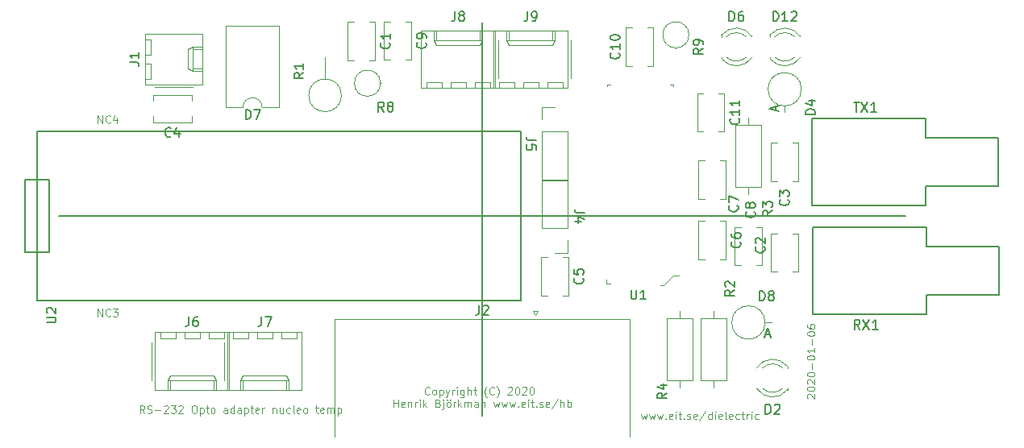
<source format=gbr>
G04 #@! TF.GenerationSoftware,KiCad,Pcbnew,5.0.2-bee76a0~70~ubuntu18.04.1*
G04 #@! TF.CreationDate,2020-01-29T22:32:52+01:00*
G04 #@! TF.ProjectId,opto_board,6f70746f-5f62-46f6-9172-642e6b696361,rev?*
G04 #@! TF.SameCoordinates,Original*
G04 #@! TF.FileFunction,Legend,Top*
G04 #@! TF.FilePolarity,Positive*
%FSLAX46Y46*%
G04 Gerber Fmt 4.6, Leading zero omitted, Abs format (unit mm)*
G04 Created by KiCad (PCBNEW 5.0.2-bee76a0~70~ubuntu18.04.1) date ons 29 jan 2020 22:32:52*
%MOMM*%
%LPD*%
G01*
G04 APERTURE LIST*
%ADD10C,0.100000*%
%ADD11C,0.200000*%
%ADD12C,0.120000*%
%ADD13C,0.150000*%
G04 APERTURE END LIST*
D10*
X148482095Y-108025714D02*
X148444000Y-107987619D01*
X148405904Y-107911428D01*
X148405904Y-107720952D01*
X148444000Y-107644761D01*
X148482095Y-107606666D01*
X148558285Y-107568571D01*
X148634476Y-107568571D01*
X148748761Y-107606666D01*
X149205904Y-108063809D01*
X149205904Y-107568571D01*
X148405904Y-107073333D02*
X148405904Y-106997142D01*
X148444000Y-106920952D01*
X148482095Y-106882857D01*
X148558285Y-106844761D01*
X148710666Y-106806666D01*
X148901142Y-106806666D01*
X149053523Y-106844761D01*
X149129714Y-106882857D01*
X149167809Y-106920952D01*
X149205904Y-106997142D01*
X149205904Y-107073333D01*
X149167809Y-107149523D01*
X149129714Y-107187619D01*
X149053523Y-107225714D01*
X148901142Y-107263809D01*
X148710666Y-107263809D01*
X148558285Y-107225714D01*
X148482095Y-107187619D01*
X148444000Y-107149523D01*
X148405904Y-107073333D01*
X148482095Y-106501904D02*
X148444000Y-106463809D01*
X148405904Y-106387619D01*
X148405904Y-106197142D01*
X148444000Y-106120952D01*
X148482095Y-106082857D01*
X148558285Y-106044761D01*
X148634476Y-106044761D01*
X148748761Y-106082857D01*
X149205904Y-106540000D01*
X149205904Y-106044761D01*
X148405904Y-105549523D02*
X148405904Y-105473333D01*
X148444000Y-105397142D01*
X148482095Y-105359047D01*
X148558285Y-105320952D01*
X148710666Y-105282857D01*
X148901142Y-105282857D01*
X149053523Y-105320952D01*
X149129714Y-105359047D01*
X149167809Y-105397142D01*
X149205904Y-105473333D01*
X149205904Y-105549523D01*
X149167809Y-105625714D01*
X149129714Y-105663809D01*
X149053523Y-105701904D01*
X148901142Y-105740000D01*
X148710666Y-105740000D01*
X148558285Y-105701904D01*
X148482095Y-105663809D01*
X148444000Y-105625714D01*
X148405904Y-105549523D01*
X148901142Y-104940000D02*
X148901142Y-104330476D01*
X148405904Y-103797142D02*
X148405904Y-103720952D01*
X148444000Y-103644761D01*
X148482095Y-103606666D01*
X148558285Y-103568571D01*
X148710666Y-103530476D01*
X148901142Y-103530476D01*
X149053523Y-103568571D01*
X149129714Y-103606666D01*
X149167809Y-103644761D01*
X149205904Y-103720952D01*
X149205904Y-103797142D01*
X149167809Y-103873333D01*
X149129714Y-103911428D01*
X149053523Y-103949523D01*
X148901142Y-103987619D01*
X148710666Y-103987619D01*
X148558285Y-103949523D01*
X148482095Y-103911428D01*
X148444000Y-103873333D01*
X148405904Y-103797142D01*
X149205904Y-102768571D02*
X149205904Y-103225714D01*
X149205904Y-102997142D02*
X148405904Y-102997142D01*
X148520190Y-103073333D01*
X148596380Y-103149523D01*
X148634476Y-103225714D01*
X148901142Y-102425714D02*
X148901142Y-101816190D01*
X148405904Y-101282857D02*
X148405904Y-101206666D01*
X148444000Y-101130476D01*
X148482095Y-101092380D01*
X148558285Y-101054285D01*
X148710666Y-101016190D01*
X148901142Y-101016190D01*
X149053523Y-101054285D01*
X149129714Y-101092380D01*
X149167809Y-101130476D01*
X149205904Y-101206666D01*
X149205904Y-101282857D01*
X149167809Y-101359047D01*
X149129714Y-101397142D01*
X149053523Y-101435238D01*
X148901142Y-101473333D01*
X148710666Y-101473333D01*
X148558285Y-101435238D01*
X148482095Y-101397142D01*
X148444000Y-101359047D01*
X148405904Y-101282857D01*
X148405904Y-100330476D02*
X148405904Y-100482857D01*
X148444000Y-100559047D01*
X148482095Y-100597142D01*
X148596380Y-100673333D01*
X148748761Y-100711428D01*
X149053523Y-100711428D01*
X149129714Y-100673333D01*
X149167809Y-100635238D01*
X149205904Y-100559047D01*
X149205904Y-100406666D01*
X149167809Y-100330476D01*
X149129714Y-100292380D01*
X149053523Y-100254285D01*
X148863047Y-100254285D01*
X148786857Y-100292380D01*
X148748761Y-100330476D01*
X148710666Y-100406666D01*
X148710666Y-100559047D01*
X148748761Y-100635238D01*
X148786857Y-100673333D01*
X148863047Y-100711428D01*
X73920476Y-99421904D02*
X73920476Y-98621904D01*
X74377619Y-99421904D01*
X74377619Y-98621904D01*
X75215714Y-99345714D02*
X75177619Y-99383809D01*
X75063333Y-99421904D01*
X74987142Y-99421904D01*
X74872857Y-99383809D01*
X74796666Y-99307619D01*
X74758571Y-99231428D01*
X74720476Y-99079047D01*
X74720476Y-98964761D01*
X74758571Y-98812380D01*
X74796666Y-98736190D01*
X74872857Y-98660000D01*
X74987142Y-98621904D01*
X75063333Y-98621904D01*
X75177619Y-98660000D01*
X75215714Y-98698095D01*
X75482380Y-98621904D02*
X75977619Y-98621904D01*
X75710952Y-98926666D01*
X75825238Y-98926666D01*
X75901428Y-98964761D01*
X75939523Y-99002857D01*
X75977619Y-99079047D01*
X75977619Y-99269523D01*
X75939523Y-99345714D01*
X75901428Y-99383809D01*
X75825238Y-99421904D01*
X75596666Y-99421904D01*
X75520476Y-99383809D01*
X75482380Y-99345714D01*
X73920476Y-79101904D02*
X73920476Y-78301904D01*
X74377619Y-79101904D01*
X74377619Y-78301904D01*
X75215714Y-79025714D02*
X75177619Y-79063809D01*
X75063333Y-79101904D01*
X74987142Y-79101904D01*
X74872857Y-79063809D01*
X74796666Y-78987619D01*
X74758571Y-78911428D01*
X74720476Y-78759047D01*
X74720476Y-78644761D01*
X74758571Y-78492380D01*
X74796666Y-78416190D01*
X74872857Y-78340000D01*
X74987142Y-78301904D01*
X75063333Y-78301904D01*
X75177619Y-78340000D01*
X75215714Y-78378095D01*
X75901428Y-78568571D02*
X75901428Y-79101904D01*
X75710952Y-78263809D02*
X75520476Y-78835238D01*
X76015714Y-78835238D01*
X130988571Y-109683571D02*
X131140952Y-110216904D01*
X131293333Y-109835952D01*
X131445714Y-110216904D01*
X131598095Y-109683571D01*
X131826666Y-109683571D02*
X131979047Y-110216904D01*
X132131428Y-109835952D01*
X132283809Y-110216904D01*
X132436190Y-109683571D01*
X132664761Y-109683571D02*
X132817142Y-110216904D01*
X132969523Y-109835952D01*
X133121904Y-110216904D01*
X133274285Y-109683571D01*
X133579047Y-110140714D02*
X133617142Y-110178809D01*
X133579047Y-110216904D01*
X133540952Y-110178809D01*
X133579047Y-110140714D01*
X133579047Y-110216904D01*
X134264761Y-110178809D02*
X134188571Y-110216904D01*
X134036190Y-110216904D01*
X133960000Y-110178809D01*
X133921904Y-110102619D01*
X133921904Y-109797857D01*
X133960000Y-109721666D01*
X134036190Y-109683571D01*
X134188571Y-109683571D01*
X134264761Y-109721666D01*
X134302857Y-109797857D01*
X134302857Y-109874047D01*
X133921904Y-109950238D01*
X134645714Y-110216904D02*
X134645714Y-109683571D01*
X134645714Y-109416904D02*
X134607619Y-109455000D01*
X134645714Y-109493095D01*
X134683809Y-109455000D01*
X134645714Y-109416904D01*
X134645714Y-109493095D01*
X134912380Y-109683571D02*
X135217142Y-109683571D01*
X135026666Y-109416904D02*
X135026666Y-110102619D01*
X135064761Y-110178809D01*
X135140952Y-110216904D01*
X135217142Y-110216904D01*
X135483809Y-110140714D02*
X135521904Y-110178809D01*
X135483809Y-110216904D01*
X135445714Y-110178809D01*
X135483809Y-110140714D01*
X135483809Y-110216904D01*
X135826666Y-110178809D02*
X135902857Y-110216904D01*
X136055238Y-110216904D01*
X136131428Y-110178809D01*
X136169523Y-110102619D01*
X136169523Y-110064523D01*
X136131428Y-109988333D01*
X136055238Y-109950238D01*
X135940952Y-109950238D01*
X135864761Y-109912142D01*
X135826666Y-109835952D01*
X135826666Y-109797857D01*
X135864761Y-109721666D01*
X135940952Y-109683571D01*
X136055238Y-109683571D01*
X136131428Y-109721666D01*
X136817142Y-110178809D02*
X136740952Y-110216904D01*
X136588571Y-110216904D01*
X136512380Y-110178809D01*
X136474285Y-110102619D01*
X136474285Y-109797857D01*
X136512380Y-109721666D01*
X136588571Y-109683571D01*
X136740952Y-109683571D01*
X136817142Y-109721666D01*
X136855238Y-109797857D01*
X136855238Y-109874047D01*
X136474285Y-109950238D01*
X137769523Y-109378809D02*
X137083809Y-110407380D01*
X138379047Y-110216904D02*
X138379047Y-109416904D01*
X138379047Y-110178809D02*
X138302857Y-110216904D01*
X138150476Y-110216904D01*
X138074285Y-110178809D01*
X138036190Y-110140714D01*
X137998095Y-110064523D01*
X137998095Y-109835952D01*
X138036190Y-109759761D01*
X138074285Y-109721666D01*
X138150476Y-109683571D01*
X138302857Y-109683571D01*
X138379047Y-109721666D01*
X138760000Y-110216904D02*
X138760000Y-109683571D01*
X138760000Y-109416904D02*
X138721904Y-109455000D01*
X138760000Y-109493095D01*
X138798095Y-109455000D01*
X138760000Y-109416904D01*
X138760000Y-109493095D01*
X139445714Y-110178809D02*
X139369523Y-110216904D01*
X139217142Y-110216904D01*
X139140952Y-110178809D01*
X139102857Y-110102619D01*
X139102857Y-109797857D01*
X139140952Y-109721666D01*
X139217142Y-109683571D01*
X139369523Y-109683571D01*
X139445714Y-109721666D01*
X139483809Y-109797857D01*
X139483809Y-109874047D01*
X139102857Y-109950238D01*
X139940952Y-110216904D02*
X139864761Y-110178809D01*
X139826666Y-110102619D01*
X139826666Y-109416904D01*
X140550476Y-110178809D02*
X140474285Y-110216904D01*
X140321904Y-110216904D01*
X140245714Y-110178809D01*
X140207619Y-110102619D01*
X140207619Y-109797857D01*
X140245714Y-109721666D01*
X140321904Y-109683571D01*
X140474285Y-109683571D01*
X140550476Y-109721666D01*
X140588571Y-109797857D01*
X140588571Y-109874047D01*
X140207619Y-109950238D01*
X141274285Y-110178809D02*
X141198095Y-110216904D01*
X141045714Y-110216904D01*
X140969523Y-110178809D01*
X140931428Y-110140714D01*
X140893333Y-110064523D01*
X140893333Y-109835952D01*
X140931428Y-109759761D01*
X140969523Y-109721666D01*
X141045714Y-109683571D01*
X141198095Y-109683571D01*
X141274285Y-109721666D01*
X141502857Y-109683571D02*
X141807619Y-109683571D01*
X141617142Y-109416904D02*
X141617142Y-110102619D01*
X141655238Y-110178809D01*
X141731428Y-110216904D01*
X141807619Y-110216904D01*
X142074285Y-110216904D02*
X142074285Y-109683571D01*
X142074285Y-109835952D02*
X142112380Y-109759761D01*
X142150476Y-109721666D01*
X142226666Y-109683571D01*
X142302857Y-109683571D01*
X142569523Y-110216904D02*
X142569523Y-109683571D01*
X142569523Y-109416904D02*
X142531428Y-109455000D01*
X142569523Y-109493095D01*
X142607619Y-109455000D01*
X142569523Y-109416904D01*
X142569523Y-109493095D01*
X143293333Y-110178809D02*
X143217142Y-110216904D01*
X143064761Y-110216904D01*
X142988571Y-110178809D01*
X142950476Y-110140714D01*
X142912380Y-110064523D01*
X142912380Y-109835952D01*
X142950476Y-109759761D01*
X142988571Y-109721666D01*
X143064761Y-109683571D01*
X143217142Y-109683571D01*
X143293333Y-109721666D01*
X78823809Y-109581904D02*
X78557142Y-109200952D01*
X78366666Y-109581904D02*
X78366666Y-108781904D01*
X78671428Y-108781904D01*
X78747619Y-108820000D01*
X78785714Y-108858095D01*
X78823809Y-108934285D01*
X78823809Y-109048571D01*
X78785714Y-109124761D01*
X78747619Y-109162857D01*
X78671428Y-109200952D01*
X78366666Y-109200952D01*
X79128571Y-109543809D02*
X79242857Y-109581904D01*
X79433333Y-109581904D01*
X79509523Y-109543809D01*
X79547619Y-109505714D01*
X79585714Y-109429523D01*
X79585714Y-109353333D01*
X79547619Y-109277142D01*
X79509523Y-109239047D01*
X79433333Y-109200952D01*
X79280952Y-109162857D01*
X79204761Y-109124761D01*
X79166666Y-109086666D01*
X79128571Y-109010476D01*
X79128571Y-108934285D01*
X79166666Y-108858095D01*
X79204761Y-108820000D01*
X79280952Y-108781904D01*
X79471428Y-108781904D01*
X79585714Y-108820000D01*
X79928571Y-109277142D02*
X80538095Y-109277142D01*
X80880952Y-108858095D02*
X80919047Y-108820000D01*
X80995238Y-108781904D01*
X81185714Y-108781904D01*
X81261904Y-108820000D01*
X81300000Y-108858095D01*
X81338095Y-108934285D01*
X81338095Y-109010476D01*
X81300000Y-109124761D01*
X80842857Y-109581904D01*
X81338095Y-109581904D01*
X81604761Y-108781904D02*
X82100000Y-108781904D01*
X81833333Y-109086666D01*
X81947619Y-109086666D01*
X82023809Y-109124761D01*
X82061904Y-109162857D01*
X82100000Y-109239047D01*
X82100000Y-109429523D01*
X82061904Y-109505714D01*
X82023809Y-109543809D01*
X81947619Y-109581904D01*
X81719047Y-109581904D01*
X81642857Y-109543809D01*
X81604761Y-109505714D01*
X82404761Y-108858095D02*
X82442857Y-108820000D01*
X82519047Y-108781904D01*
X82709523Y-108781904D01*
X82785714Y-108820000D01*
X82823809Y-108858095D01*
X82861904Y-108934285D01*
X82861904Y-109010476D01*
X82823809Y-109124761D01*
X82366666Y-109581904D01*
X82861904Y-109581904D01*
X83966666Y-108781904D02*
X84119047Y-108781904D01*
X84195238Y-108820000D01*
X84271428Y-108896190D01*
X84309523Y-109048571D01*
X84309523Y-109315238D01*
X84271428Y-109467619D01*
X84195238Y-109543809D01*
X84119047Y-109581904D01*
X83966666Y-109581904D01*
X83890476Y-109543809D01*
X83814285Y-109467619D01*
X83776190Y-109315238D01*
X83776190Y-109048571D01*
X83814285Y-108896190D01*
X83890476Y-108820000D01*
X83966666Y-108781904D01*
X84652380Y-109048571D02*
X84652380Y-109848571D01*
X84652380Y-109086666D02*
X84728571Y-109048571D01*
X84880952Y-109048571D01*
X84957142Y-109086666D01*
X84995238Y-109124761D01*
X85033333Y-109200952D01*
X85033333Y-109429523D01*
X84995238Y-109505714D01*
X84957142Y-109543809D01*
X84880952Y-109581904D01*
X84728571Y-109581904D01*
X84652380Y-109543809D01*
X85261904Y-109048571D02*
X85566666Y-109048571D01*
X85376190Y-108781904D02*
X85376190Y-109467619D01*
X85414285Y-109543809D01*
X85490476Y-109581904D01*
X85566666Y-109581904D01*
X85947619Y-109581904D02*
X85871428Y-109543809D01*
X85833333Y-109505714D01*
X85795238Y-109429523D01*
X85795238Y-109200952D01*
X85833333Y-109124761D01*
X85871428Y-109086666D01*
X85947619Y-109048571D01*
X86061904Y-109048571D01*
X86138095Y-109086666D01*
X86176190Y-109124761D01*
X86214285Y-109200952D01*
X86214285Y-109429523D01*
X86176190Y-109505714D01*
X86138095Y-109543809D01*
X86061904Y-109581904D01*
X85947619Y-109581904D01*
X87509523Y-109581904D02*
X87509523Y-109162857D01*
X87471428Y-109086666D01*
X87395238Y-109048571D01*
X87242857Y-109048571D01*
X87166666Y-109086666D01*
X87509523Y-109543809D02*
X87433333Y-109581904D01*
X87242857Y-109581904D01*
X87166666Y-109543809D01*
X87128571Y-109467619D01*
X87128571Y-109391428D01*
X87166666Y-109315238D01*
X87242857Y-109277142D01*
X87433333Y-109277142D01*
X87509523Y-109239047D01*
X88233333Y-109581904D02*
X88233333Y-108781904D01*
X88233333Y-109543809D02*
X88157142Y-109581904D01*
X88004761Y-109581904D01*
X87928571Y-109543809D01*
X87890476Y-109505714D01*
X87852380Y-109429523D01*
X87852380Y-109200952D01*
X87890476Y-109124761D01*
X87928571Y-109086666D01*
X88004761Y-109048571D01*
X88157142Y-109048571D01*
X88233333Y-109086666D01*
X88957142Y-109581904D02*
X88957142Y-109162857D01*
X88919047Y-109086666D01*
X88842857Y-109048571D01*
X88690476Y-109048571D01*
X88614285Y-109086666D01*
X88957142Y-109543809D02*
X88880952Y-109581904D01*
X88690476Y-109581904D01*
X88614285Y-109543809D01*
X88576190Y-109467619D01*
X88576190Y-109391428D01*
X88614285Y-109315238D01*
X88690476Y-109277142D01*
X88880952Y-109277142D01*
X88957142Y-109239047D01*
X89338095Y-109048571D02*
X89338095Y-109848571D01*
X89338095Y-109086666D02*
X89414285Y-109048571D01*
X89566666Y-109048571D01*
X89642857Y-109086666D01*
X89680952Y-109124761D01*
X89719047Y-109200952D01*
X89719047Y-109429523D01*
X89680952Y-109505714D01*
X89642857Y-109543809D01*
X89566666Y-109581904D01*
X89414285Y-109581904D01*
X89338095Y-109543809D01*
X89947619Y-109048571D02*
X90252380Y-109048571D01*
X90061904Y-108781904D02*
X90061904Y-109467619D01*
X90100000Y-109543809D01*
X90176190Y-109581904D01*
X90252380Y-109581904D01*
X90823809Y-109543809D02*
X90747619Y-109581904D01*
X90595238Y-109581904D01*
X90519047Y-109543809D01*
X90480952Y-109467619D01*
X90480952Y-109162857D01*
X90519047Y-109086666D01*
X90595238Y-109048571D01*
X90747619Y-109048571D01*
X90823809Y-109086666D01*
X90861904Y-109162857D01*
X90861904Y-109239047D01*
X90480952Y-109315238D01*
X91204761Y-109581904D02*
X91204761Y-109048571D01*
X91204761Y-109200952D02*
X91242857Y-109124761D01*
X91280952Y-109086666D01*
X91357142Y-109048571D01*
X91433333Y-109048571D01*
X92309523Y-109048571D02*
X92309523Y-109581904D01*
X92309523Y-109124761D02*
X92347619Y-109086666D01*
X92423809Y-109048571D01*
X92538095Y-109048571D01*
X92614285Y-109086666D01*
X92652380Y-109162857D01*
X92652380Y-109581904D01*
X93376190Y-109048571D02*
X93376190Y-109581904D01*
X93033333Y-109048571D02*
X93033333Y-109467619D01*
X93071428Y-109543809D01*
X93147619Y-109581904D01*
X93261904Y-109581904D01*
X93338095Y-109543809D01*
X93376190Y-109505714D01*
X94100000Y-109543809D02*
X94023809Y-109581904D01*
X93871428Y-109581904D01*
X93795238Y-109543809D01*
X93757142Y-109505714D01*
X93719047Y-109429523D01*
X93719047Y-109200952D01*
X93757142Y-109124761D01*
X93795238Y-109086666D01*
X93871428Y-109048571D01*
X94023809Y-109048571D01*
X94100000Y-109086666D01*
X94557142Y-109581904D02*
X94480952Y-109543809D01*
X94442857Y-109467619D01*
X94442857Y-108781904D01*
X95166666Y-109543809D02*
X95090476Y-109581904D01*
X94938095Y-109581904D01*
X94861904Y-109543809D01*
X94823809Y-109467619D01*
X94823809Y-109162857D01*
X94861904Y-109086666D01*
X94938095Y-109048571D01*
X95090476Y-109048571D01*
X95166666Y-109086666D01*
X95204761Y-109162857D01*
X95204761Y-109239047D01*
X94823809Y-109315238D01*
X95661904Y-109581904D02*
X95585714Y-109543809D01*
X95547619Y-109505714D01*
X95509523Y-109429523D01*
X95509523Y-109200952D01*
X95547619Y-109124761D01*
X95585714Y-109086666D01*
X95661904Y-109048571D01*
X95776190Y-109048571D01*
X95852380Y-109086666D01*
X95890476Y-109124761D01*
X95928571Y-109200952D01*
X95928571Y-109429523D01*
X95890476Y-109505714D01*
X95852380Y-109543809D01*
X95776190Y-109581904D01*
X95661904Y-109581904D01*
X96766666Y-109048571D02*
X97071428Y-109048571D01*
X96880952Y-108781904D02*
X96880952Y-109467619D01*
X96919047Y-109543809D01*
X96995238Y-109581904D01*
X97071428Y-109581904D01*
X97642857Y-109543809D02*
X97566666Y-109581904D01*
X97414285Y-109581904D01*
X97338095Y-109543809D01*
X97300000Y-109467619D01*
X97300000Y-109162857D01*
X97338095Y-109086666D01*
X97414285Y-109048571D01*
X97566666Y-109048571D01*
X97642857Y-109086666D01*
X97680952Y-109162857D01*
X97680952Y-109239047D01*
X97300000Y-109315238D01*
X98023809Y-109581904D02*
X98023809Y-109048571D01*
X98023809Y-109124761D02*
X98061904Y-109086666D01*
X98138095Y-109048571D01*
X98252380Y-109048571D01*
X98328571Y-109086666D01*
X98366666Y-109162857D01*
X98366666Y-109581904D01*
X98366666Y-109162857D02*
X98404761Y-109086666D01*
X98480952Y-109048571D01*
X98595238Y-109048571D01*
X98671428Y-109086666D01*
X98709523Y-109162857D01*
X98709523Y-109581904D01*
X99090476Y-109048571D02*
X99090476Y-109848571D01*
X99090476Y-109086666D02*
X99166666Y-109048571D01*
X99319047Y-109048571D01*
X99395238Y-109086666D01*
X99433333Y-109124761D01*
X99471428Y-109200952D01*
X99471428Y-109429523D01*
X99433333Y-109505714D01*
X99395238Y-109543809D01*
X99319047Y-109581904D01*
X99166666Y-109581904D01*
X99090476Y-109543809D01*
D11*
X158750000Y-88900000D02*
X69850000Y-88900000D01*
X114300000Y-109855000D02*
X114300000Y-68580000D01*
D10*
X108757142Y-107585714D02*
X108719047Y-107623809D01*
X108604761Y-107661904D01*
X108528571Y-107661904D01*
X108414285Y-107623809D01*
X108338095Y-107547619D01*
X108300000Y-107471428D01*
X108261904Y-107319047D01*
X108261904Y-107204761D01*
X108300000Y-107052380D01*
X108338095Y-106976190D01*
X108414285Y-106900000D01*
X108528571Y-106861904D01*
X108604761Y-106861904D01*
X108719047Y-106900000D01*
X108757142Y-106938095D01*
X109214285Y-107661904D02*
X109138095Y-107623809D01*
X109100000Y-107585714D01*
X109061904Y-107509523D01*
X109061904Y-107280952D01*
X109100000Y-107204761D01*
X109138095Y-107166666D01*
X109214285Y-107128571D01*
X109328571Y-107128571D01*
X109404761Y-107166666D01*
X109442857Y-107204761D01*
X109480952Y-107280952D01*
X109480952Y-107509523D01*
X109442857Y-107585714D01*
X109404761Y-107623809D01*
X109328571Y-107661904D01*
X109214285Y-107661904D01*
X109823809Y-107128571D02*
X109823809Y-107928571D01*
X109823809Y-107166666D02*
X109900000Y-107128571D01*
X110052380Y-107128571D01*
X110128571Y-107166666D01*
X110166666Y-107204761D01*
X110204761Y-107280952D01*
X110204761Y-107509523D01*
X110166666Y-107585714D01*
X110128571Y-107623809D01*
X110052380Y-107661904D01*
X109900000Y-107661904D01*
X109823809Y-107623809D01*
X110471428Y-107128571D02*
X110661904Y-107661904D01*
X110852380Y-107128571D02*
X110661904Y-107661904D01*
X110585714Y-107852380D01*
X110547619Y-107890476D01*
X110471428Y-107928571D01*
X111157142Y-107661904D02*
X111157142Y-107128571D01*
X111157142Y-107280952D02*
X111195238Y-107204761D01*
X111233333Y-107166666D01*
X111309523Y-107128571D01*
X111385714Y-107128571D01*
X111652380Y-107661904D02*
X111652380Y-107128571D01*
X111652380Y-106861904D02*
X111614285Y-106900000D01*
X111652380Y-106938095D01*
X111690476Y-106900000D01*
X111652380Y-106861904D01*
X111652380Y-106938095D01*
X112376190Y-107128571D02*
X112376190Y-107776190D01*
X112338095Y-107852380D01*
X112300000Y-107890476D01*
X112223809Y-107928571D01*
X112109523Y-107928571D01*
X112033333Y-107890476D01*
X112376190Y-107623809D02*
X112300000Y-107661904D01*
X112147619Y-107661904D01*
X112071428Y-107623809D01*
X112033333Y-107585714D01*
X111995238Y-107509523D01*
X111995238Y-107280952D01*
X112033333Y-107204761D01*
X112071428Y-107166666D01*
X112147619Y-107128571D01*
X112300000Y-107128571D01*
X112376190Y-107166666D01*
X112757142Y-107661904D02*
X112757142Y-106861904D01*
X113100000Y-107661904D02*
X113100000Y-107242857D01*
X113061904Y-107166666D01*
X112985714Y-107128571D01*
X112871428Y-107128571D01*
X112795238Y-107166666D01*
X112757142Y-107204761D01*
X113366666Y-107128571D02*
X113671428Y-107128571D01*
X113480952Y-106861904D02*
X113480952Y-107547619D01*
X113519047Y-107623809D01*
X113595238Y-107661904D01*
X113671428Y-107661904D01*
X114776190Y-107966666D02*
X114738095Y-107928571D01*
X114661904Y-107814285D01*
X114623809Y-107738095D01*
X114585714Y-107623809D01*
X114547619Y-107433333D01*
X114547619Y-107280952D01*
X114585714Y-107090476D01*
X114623809Y-106976190D01*
X114661904Y-106900000D01*
X114738095Y-106785714D01*
X114776190Y-106747619D01*
X115538095Y-107585714D02*
X115500000Y-107623809D01*
X115385714Y-107661904D01*
X115309523Y-107661904D01*
X115195238Y-107623809D01*
X115119047Y-107547619D01*
X115080952Y-107471428D01*
X115042857Y-107319047D01*
X115042857Y-107204761D01*
X115080952Y-107052380D01*
X115119047Y-106976190D01*
X115195238Y-106900000D01*
X115309523Y-106861904D01*
X115385714Y-106861904D01*
X115500000Y-106900000D01*
X115538095Y-106938095D01*
X115804761Y-107966666D02*
X115842857Y-107928571D01*
X115919047Y-107814285D01*
X115957142Y-107738095D01*
X115995238Y-107623809D01*
X116033333Y-107433333D01*
X116033333Y-107280952D01*
X115995238Y-107090476D01*
X115957142Y-106976190D01*
X115919047Y-106900000D01*
X115842857Y-106785714D01*
X115804761Y-106747619D01*
X116985714Y-106938095D02*
X117023809Y-106900000D01*
X117100000Y-106861904D01*
X117290476Y-106861904D01*
X117366666Y-106900000D01*
X117404761Y-106938095D01*
X117442857Y-107014285D01*
X117442857Y-107090476D01*
X117404761Y-107204761D01*
X116947619Y-107661904D01*
X117442857Y-107661904D01*
X117938095Y-106861904D02*
X118014285Y-106861904D01*
X118090476Y-106900000D01*
X118128571Y-106938095D01*
X118166666Y-107014285D01*
X118204761Y-107166666D01*
X118204761Y-107357142D01*
X118166666Y-107509523D01*
X118128571Y-107585714D01*
X118090476Y-107623809D01*
X118014285Y-107661904D01*
X117938095Y-107661904D01*
X117861904Y-107623809D01*
X117823809Y-107585714D01*
X117785714Y-107509523D01*
X117747619Y-107357142D01*
X117747619Y-107166666D01*
X117785714Y-107014285D01*
X117823809Y-106938095D01*
X117861904Y-106900000D01*
X117938095Y-106861904D01*
X118509523Y-106938095D02*
X118547619Y-106900000D01*
X118623809Y-106861904D01*
X118814285Y-106861904D01*
X118890476Y-106900000D01*
X118928571Y-106938095D01*
X118966666Y-107014285D01*
X118966666Y-107090476D01*
X118928571Y-107204761D01*
X118471428Y-107661904D01*
X118966666Y-107661904D01*
X119461904Y-106861904D02*
X119538095Y-106861904D01*
X119614285Y-106900000D01*
X119652380Y-106938095D01*
X119690476Y-107014285D01*
X119728571Y-107166666D01*
X119728571Y-107357142D01*
X119690476Y-107509523D01*
X119652380Y-107585714D01*
X119614285Y-107623809D01*
X119538095Y-107661904D01*
X119461904Y-107661904D01*
X119385714Y-107623809D01*
X119347619Y-107585714D01*
X119309523Y-107509523D01*
X119271428Y-107357142D01*
X119271428Y-107166666D01*
X119309523Y-107014285D01*
X119347619Y-106938095D01*
X119385714Y-106900000D01*
X119461904Y-106861904D01*
X105004761Y-108961904D02*
X105004761Y-108161904D01*
X105004761Y-108542857D02*
X105461904Y-108542857D01*
X105461904Y-108961904D02*
X105461904Y-108161904D01*
X106147619Y-108923809D02*
X106071428Y-108961904D01*
X105919047Y-108961904D01*
X105842857Y-108923809D01*
X105804761Y-108847619D01*
X105804761Y-108542857D01*
X105842857Y-108466666D01*
X105919047Y-108428571D01*
X106071428Y-108428571D01*
X106147619Y-108466666D01*
X106185714Y-108542857D01*
X106185714Y-108619047D01*
X105804761Y-108695238D01*
X106528571Y-108428571D02*
X106528571Y-108961904D01*
X106528571Y-108504761D02*
X106566666Y-108466666D01*
X106642857Y-108428571D01*
X106757142Y-108428571D01*
X106833333Y-108466666D01*
X106871428Y-108542857D01*
X106871428Y-108961904D01*
X107252380Y-108961904D02*
X107252380Y-108428571D01*
X107252380Y-108580952D02*
X107290476Y-108504761D01*
X107328571Y-108466666D01*
X107404761Y-108428571D01*
X107480952Y-108428571D01*
X107747619Y-108961904D02*
X107747619Y-108428571D01*
X107747619Y-108161904D02*
X107709523Y-108200000D01*
X107747619Y-108238095D01*
X107785714Y-108200000D01*
X107747619Y-108161904D01*
X107747619Y-108238095D01*
X108128571Y-108961904D02*
X108128571Y-108161904D01*
X108204761Y-108657142D02*
X108433333Y-108961904D01*
X108433333Y-108428571D02*
X108128571Y-108733333D01*
X109652380Y-108542857D02*
X109766666Y-108580952D01*
X109804761Y-108619047D01*
X109842857Y-108695238D01*
X109842857Y-108809523D01*
X109804761Y-108885714D01*
X109766666Y-108923809D01*
X109690476Y-108961904D01*
X109385714Y-108961904D01*
X109385714Y-108161904D01*
X109652380Y-108161904D01*
X109728571Y-108200000D01*
X109766666Y-108238095D01*
X109804761Y-108314285D01*
X109804761Y-108390476D01*
X109766666Y-108466666D01*
X109728571Y-108504761D01*
X109652380Y-108542857D01*
X109385714Y-108542857D01*
X110185714Y-108428571D02*
X110185714Y-109114285D01*
X110147619Y-109190476D01*
X110071428Y-109228571D01*
X110033333Y-109228571D01*
X110185714Y-108161904D02*
X110147619Y-108200000D01*
X110185714Y-108238095D01*
X110223809Y-108200000D01*
X110185714Y-108161904D01*
X110185714Y-108238095D01*
X110680952Y-108961904D02*
X110604761Y-108923809D01*
X110566666Y-108885714D01*
X110528571Y-108809523D01*
X110528571Y-108580952D01*
X110566666Y-108504761D01*
X110604761Y-108466666D01*
X110680952Y-108428571D01*
X110795238Y-108428571D01*
X110871428Y-108466666D01*
X110909523Y-108504761D01*
X110947619Y-108580952D01*
X110947619Y-108809523D01*
X110909523Y-108885714D01*
X110871428Y-108923809D01*
X110795238Y-108961904D01*
X110680952Y-108961904D01*
X110604761Y-108161904D02*
X110642857Y-108200000D01*
X110604761Y-108238095D01*
X110566666Y-108200000D01*
X110604761Y-108161904D01*
X110604761Y-108238095D01*
X110909523Y-108161904D02*
X110947619Y-108200000D01*
X110909523Y-108238095D01*
X110871428Y-108200000D01*
X110909523Y-108161904D01*
X110909523Y-108238095D01*
X111290476Y-108961904D02*
X111290476Y-108428571D01*
X111290476Y-108580952D02*
X111328571Y-108504761D01*
X111366666Y-108466666D01*
X111442857Y-108428571D01*
X111519047Y-108428571D01*
X111785714Y-108961904D02*
X111785714Y-108161904D01*
X111861904Y-108657142D02*
X112090476Y-108961904D01*
X112090476Y-108428571D02*
X111785714Y-108733333D01*
X112433333Y-108961904D02*
X112433333Y-108428571D01*
X112433333Y-108504761D02*
X112471428Y-108466666D01*
X112547619Y-108428571D01*
X112661904Y-108428571D01*
X112738095Y-108466666D01*
X112776190Y-108542857D01*
X112776190Y-108961904D01*
X112776190Y-108542857D02*
X112814285Y-108466666D01*
X112890476Y-108428571D01*
X113004761Y-108428571D01*
X113080952Y-108466666D01*
X113119047Y-108542857D01*
X113119047Y-108961904D01*
X113842857Y-108961904D02*
X113842857Y-108542857D01*
X113804761Y-108466666D01*
X113728571Y-108428571D01*
X113576190Y-108428571D01*
X113500000Y-108466666D01*
X113842857Y-108923809D02*
X113766666Y-108961904D01*
X113576190Y-108961904D01*
X113500000Y-108923809D01*
X113461904Y-108847619D01*
X113461904Y-108771428D01*
X113500000Y-108695238D01*
X113576190Y-108657142D01*
X113766666Y-108657142D01*
X113842857Y-108619047D01*
X114223809Y-108428571D02*
X114223809Y-108961904D01*
X114223809Y-108504761D02*
X114261904Y-108466666D01*
X114338095Y-108428571D01*
X114452380Y-108428571D01*
X114528571Y-108466666D01*
X114566666Y-108542857D01*
X114566666Y-108961904D01*
X115480952Y-108428571D02*
X115633333Y-108961904D01*
X115785714Y-108580952D01*
X115938095Y-108961904D01*
X116090476Y-108428571D01*
X116319047Y-108428571D02*
X116471428Y-108961904D01*
X116623809Y-108580952D01*
X116776190Y-108961904D01*
X116928571Y-108428571D01*
X117157142Y-108428571D02*
X117309523Y-108961904D01*
X117461904Y-108580952D01*
X117614285Y-108961904D01*
X117766666Y-108428571D01*
X118071428Y-108885714D02*
X118109523Y-108923809D01*
X118071428Y-108961904D01*
X118033333Y-108923809D01*
X118071428Y-108885714D01*
X118071428Y-108961904D01*
X118757142Y-108923809D02*
X118680952Y-108961904D01*
X118528571Y-108961904D01*
X118452380Y-108923809D01*
X118414285Y-108847619D01*
X118414285Y-108542857D01*
X118452380Y-108466666D01*
X118528571Y-108428571D01*
X118680952Y-108428571D01*
X118757142Y-108466666D01*
X118795238Y-108542857D01*
X118795238Y-108619047D01*
X118414285Y-108695238D01*
X119138095Y-108961904D02*
X119138095Y-108428571D01*
X119138095Y-108161904D02*
X119100000Y-108200000D01*
X119138095Y-108238095D01*
X119176190Y-108200000D01*
X119138095Y-108161904D01*
X119138095Y-108238095D01*
X119404761Y-108428571D02*
X119709523Y-108428571D01*
X119519047Y-108161904D02*
X119519047Y-108847619D01*
X119557142Y-108923809D01*
X119633333Y-108961904D01*
X119709523Y-108961904D01*
X119976190Y-108885714D02*
X120014285Y-108923809D01*
X119976190Y-108961904D01*
X119938095Y-108923809D01*
X119976190Y-108885714D01*
X119976190Y-108961904D01*
X120319047Y-108923809D02*
X120395238Y-108961904D01*
X120547619Y-108961904D01*
X120623809Y-108923809D01*
X120661904Y-108847619D01*
X120661904Y-108809523D01*
X120623809Y-108733333D01*
X120547619Y-108695238D01*
X120433333Y-108695238D01*
X120357142Y-108657142D01*
X120319047Y-108580952D01*
X120319047Y-108542857D01*
X120357142Y-108466666D01*
X120433333Y-108428571D01*
X120547619Y-108428571D01*
X120623809Y-108466666D01*
X121309523Y-108923809D02*
X121233333Y-108961904D01*
X121080952Y-108961904D01*
X121004761Y-108923809D01*
X120966666Y-108847619D01*
X120966666Y-108542857D01*
X121004761Y-108466666D01*
X121080952Y-108428571D01*
X121233333Y-108428571D01*
X121309523Y-108466666D01*
X121347619Y-108542857D01*
X121347619Y-108619047D01*
X120966666Y-108695238D01*
X122261904Y-108123809D02*
X121576190Y-109152380D01*
X122528571Y-108961904D02*
X122528571Y-108161904D01*
X122871428Y-108961904D02*
X122871428Y-108542857D01*
X122833333Y-108466666D01*
X122757142Y-108428571D01*
X122642857Y-108428571D01*
X122566666Y-108466666D01*
X122528571Y-108504761D01*
X123252380Y-108961904D02*
X123252380Y-108161904D01*
X123252380Y-108466666D02*
X123328571Y-108428571D01*
X123480952Y-108428571D01*
X123557142Y-108466666D01*
X123595238Y-108504761D01*
X123633333Y-108580952D01*
X123633333Y-108809523D01*
X123595238Y-108885714D01*
X123557142Y-108923809D01*
X123480952Y-108961904D01*
X123328571Y-108961904D01*
X123252380Y-108923809D01*
D12*
G04 #@! TO.C,C11*
X139723000Y-75978000D02*
X139723000Y-80018000D01*
X136883000Y-75978000D02*
X136883000Y-80018000D01*
X139723000Y-75978000D02*
X139098000Y-75978000D01*
X137508000Y-75978000D02*
X136883000Y-75978000D01*
X139723000Y-80018000D02*
X139098000Y-80018000D01*
X137508000Y-80018000D02*
X136883000Y-80018000D01*
G04 #@! TO.C,C1*
X103020000Y-68485000D02*
X103020000Y-72525000D01*
X100180000Y-68485000D02*
X100180000Y-72525000D01*
X103020000Y-68485000D02*
X102395000Y-68485000D01*
X100805000Y-68485000D02*
X100180000Y-68485000D01*
X103020000Y-72525000D02*
X102395000Y-72525000D01*
X100805000Y-72525000D02*
X100180000Y-72525000D01*
G04 #@! TO.C,R1*
X99510000Y-76200000D02*
G75*
G03X99510000Y-76200000I-1720000J0D01*
G01*
X97790000Y-74480000D02*
X97790000Y-72220000D01*
G04 #@! TO.C,J1*
X78885000Y-75040000D02*
X84905000Y-75040000D01*
X84905000Y-75040000D02*
X84905000Y-69740000D01*
X84905000Y-69740000D02*
X78885000Y-69740000D01*
X78885000Y-69740000D02*
X78885000Y-75040000D01*
X79915000Y-75330000D02*
X83915000Y-75330000D01*
X84905000Y-73660000D02*
X83905000Y-73660000D01*
X83905000Y-73660000D02*
X83905000Y-71120000D01*
X83905000Y-71120000D02*
X84905000Y-71120000D01*
X83905000Y-73660000D02*
X83375000Y-73410000D01*
X83375000Y-73410000D02*
X83375000Y-71370000D01*
X83375000Y-71370000D02*
X83905000Y-71120000D01*
X84905000Y-73410000D02*
X83905000Y-73410000D01*
X84905000Y-71370000D02*
X83905000Y-71370000D01*
X78885000Y-74460000D02*
X79485000Y-74460000D01*
X79485000Y-74460000D02*
X79485000Y-72860000D01*
X79485000Y-72860000D02*
X78885000Y-72860000D01*
X78885000Y-71920000D02*
X79485000Y-71920000D01*
X79485000Y-71920000D02*
X79485000Y-70320000D01*
X79485000Y-70320000D02*
X78885000Y-70320000D01*
G04 #@! TO.C,D7*
X87400000Y-77465000D02*
X89170000Y-77465000D01*
X87400000Y-68865000D02*
X87400000Y-77465000D01*
X92940000Y-68865000D02*
X87400000Y-68865000D01*
X92940000Y-77465000D02*
X92940000Y-68865000D01*
X91170000Y-77465000D02*
X92940000Y-77465000D01*
X89170000Y-77465000D02*
G75*
G02X91170000Y-77465000I1000000J0D01*
G01*
G04 #@! TO.C,J8*
X115680000Y-75420000D02*
X115680000Y-69400000D01*
X115680000Y-69400000D02*
X107840000Y-69400000D01*
X107840000Y-69400000D02*
X107840000Y-75420000D01*
X107840000Y-75420000D02*
X115680000Y-75420000D01*
X115970000Y-74390000D02*
X115970000Y-70390000D01*
X114300000Y-69400000D02*
X114300000Y-70400000D01*
X114300000Y-70400000D02*
X109220000Y-70400000D01*
X109220000Y-70400000D02*
X109220000Y-69400000D01*
X114300000Y-70400000D02*
X114050000Y-70930000D01*
X114050000Y-70930000D02*
X109470000Y-70930000D01*
X109470000Y-70930000D02*
X109220000Y-70400000D01*
X114050000Y-69400000D02*
X114050000Y-70400000D01*
X109470000Y-69400000D02*
X109470000Y-70400000D01*
X115100000Y-75420000D02*
X115100000Y-74820000D01*
X115100000Y-74820000D02*
X113500000Y-74820000D01*
X113500000Y-74820000D02*
X113500000Y-75420000D01*
X112560000Y-75420000D02*
X112560000Y-74820000D01*
X112560000Y-74820000D02*
X110960000Y-74820000D01*
X110960000Y-74820000D02*
X110960000Y-75420000D01*
X110020000Y-75420000D02*
X110020000Y-74820000D01*
X110020000Y-74820000D02*
X108420000Y-74820000D01*
X108420000Y-74820000D02*
X108420000Y-75420000D01*
G04 #@! TO.C,R8*
X103605000Y-74930000D02*
X103675000Y-74930000D01*
X103605000Y-74930000D02*
G75*
G03X103605000Y-74930000I-1370000J0D01*
G01*
G04 #@! TO.C,R9*
X135990000Y-69850000D02*
G75*
G03X135990000Y-69850000I-1370000J0D01*
G01*
X134620000Y-71220000D02*
X134620000Y-71290000D01*
G04 #@! TO.C,C10*
X130015000Y-73120000D02*
X129390000Y-73120000D01*
X132230000Y-73120000D02*
X131605000Y-73120000D01*
X130015000Y-69080000D02*
X129390000Y-69080000D01*
X132230000Y-69080000D02*
X131605000Y-69080000D01*
X129390000Y-69080000D02*
X129390000Y-73120000D01*
X132230000Y-69080000D02*
X132230000Y-73120000D01*
G04 #@! TO.C,C9*
X106830000Y-68445000D02*
X106830000Y-72485000D01*
X103990000Y-68445000D02*
X103990000Y-72485000D01*
X106830000Y-68445000D02*
X106205000Y-68445000D01*
X104615000Y-68445000D02*
X103990000Y-68445000D01*
X106830000Y-72485000D02*
X106205000Y-72485000D01*
X104615000Y-72485000D02*
X103990000Y-72485000D01*
D13*
G04 #@! TO.C,U2*
X67560000Y-97790000D02*
X118360000Y-97790000D01*
X118360000Y-97790000D02*
X118360000Y-80010000D01*
X118360000Y-80010000D02*
X67560000Y-80010000D01*
X67560000Y-80010000D02*
X67560000Y-97790000D01*
X66290000Y-92710000D02*
X68830000Y-92710000D01*
X68830000Y-92710000D02*
X68830000Y-85090000D01*
X68830000Y-85090000D02*
X66290000Y-85090000D01*
X66290000Y-85090000D02*
X66290000Y-92710000D01*
G04 #@! TO.C,TX1*
X148952000Y-78613000D02*
X148952000Y-87757000D01*
X148952000Y-87757000D02*
X160890000Y-87757000D01*
X160890000Y-87757000D02*
X160890000Y-85725000D01*
X160890000Y-85725000D02*
X168510000Y-85725000D01*
X168510000Y-85725000D02*
X168510000Y-80645000D01*
X168510000Y-80645000D02*
X160890000Y-80645000D01*
X160890000Y-80645000D02*
X160890000Y-78613000D01*
X160890000Y-78613000D02*
X148952000Y-78613000D01*
D12*
G04 #@! TO.C,J9*
X116040000Y-74820000D02*
X116040000Y-75420000D01*
X117640000Y-74820000D02*
X116040000Y-74820000D01*
X117640000Y-75420000D02*
X117640000Y-74820000D01*
X118580000Y-74820000D02*
X118580000Y-75420000D01*
X120180000Y-74820000D02*
X118580000Y-74820000D01*
X120180000Y-75420000D02*
X120180000Y-74820000D01*
X121120000Y-74820000D02*
X121120000Y-75420000D01*
X122720000Y-74820000D02*
X121120000Y-74820000D01*
X122720000Y-75420000D02*
X122720000Y-74820000D01*
X117090000Y-69400000D02*
X117090000Y-70400000D01*
X121670000Y-69400000D02*
X121670000Y-70400000D01*
X117090000Y-70930000D02*
X116840000Y-70400000D01*
X121670000Y-70930000D02*
X117090000Y-70930000D01*
X121920000Y-70400000D02*
X121670000Y-70930000D01*
X116840000Y-70400000D02*
X116840000Y-69400000D01*
X121920000Y-70400000D02*
X116840000Y-70400000D01*
X121920000Y-69400000D02*
X121920000Y-70400000D01*
X123590000Y-74390000D02*
X123590000Y-70390000D01*
X115460000Y-75420000D02*
X123300000Y-75420000D01*
X115460000Y-69400000D02*
X115460000Y-75420000D01*
X123300000Y-69400000D02*
X115460000Y-69400000D01*
X123300000Y-75420000D02*
X123300000Y-69400000D01*
G04 #@! TO.C,J7*
X94780000Y-101710000D02*
X94780000Y-101110000D01*
X93180000Y-101710000D02*
X94780000Y-101710000D01*
X93180000Y-101110000D02*
X93180000Y-101710000D01*
X92240000Y-101710000D02*
X92240000Y-101110000D01*
X90640000Y-101710000D02*
X92240000Y-101710000D01*
X90640000Y-101110000D02*
X90640000Y-101710000D01*
X89700000Y-101710000D02*
X89700000Y-101110000D01*
X88100000Y-101710000D02*
X89700000Y-101710000D01*
X88100000Y-101110000D02*
X88100000Y-101710000D01*
X93730000Y-107130000D02*
X93730000Y-106130000D01*
X89150000Y-107130000D02*
X89150000Y-106130000D01*
X93730000Y-105600000D02*
X93980000Y-106130000D01*
X89150000Y-105600000D02*
X93730000Y-105600000D01*
X88900000Y-106130000D02*
X89150000Y-105600000D01*
X93980000Y-106130000D02*
X93980000Y-107130000D01*
X88900000Y-106130000D02*
X93980000Y-106130000D01*
X88900000Y-107130000D02*
X88900000Y-106130000D01*
X87230000Y-102140000D02*
X87230000Y-106140000D01*
X95360000Y-101110000D02*
X87520000Y-101110000D01*
X95360000Y-107130000D02*
X95360000Y-101110000D01*
X87520000Y-107130000D02*
X95360000Y-107130000D01*
X87520000Y-101110000D02*
X87520000Y-107130000D01*
G04 #@! TO.C,J6*
X79900000Y-101110000D02*
X79900000Y-107130000D01*
X79900000Y-107130000D02*
X87740000Y-107130000D01*
X87740000Y-107130000D02*
X87740000Y-101110000D01*
X87740000Y-101110000D02*
X79900000Y-101110000D01*
X79610000Y-102140000D02*
X79610000Y-106140000D01*
X81280000Y-107130000D02*
X81280000Y-106130000D01*
X81280000Y-106130000D02*
X86360000Y-106130000D01*
X86360000Y-106130000D02*
X86360000Y-107130000D01*
X81280000Y-106130000D02*
X81530000Y-105600000D01*
X81530000Y-105600000D02*
X86110000Y-105600000D01*
X86110000Y-105600000D02*
X86360000Y-106130000D01*
X81530000Y-107130000D02*
X81530000Y-106130000D01*
X86110000Y-107130000D02*
X86110000Y-106130000D01*
X80480000Y-101110000D02*
X80480000Y-101710000D01*
X80480000Y-101710000D02*
X82080000Y-101710000D01*
X82080000Y-101710000D02*
X82080000Y-101110000D01*
X83020000Y-101110000D02*
X83020000Y-101710000D01*
X83020000Y-101710000D02*
X84620000Y-101710000D01*
X84620000Y-101710000D02*
X84620000Y-101110000D01*
X85560000Y-101110000D02*
X85560000Y-101710000D01*
X85560000Y-101710000D02*
X87160000Y-101710000D01*
X87160000Y-101710000D02*
X87160000Y-101110000D01*
G04 #@! TO.C,C5*
X123340000Y-93210000D02*
X123340000Y-97250000D01*
X120500000Y-93210000D02*
X120500000Y-97250000D01*
X123340000Y-93210000D02*
X122715000Y-93210000D01*
X121125000Y-93210000D02*
X120500000Y-93210000D01*
X123340000Y-97250000D02*
X122715000Y-97250000D01*
X121125000Y-97250000D02*
X120500000Y-97250000D01*
G04 #@! TO.C,D8*
X143990635Y-100076000D02*
G75*
G03X143990635Y-100076000I-1750635J0D01*
G01*
X143990635Y-100076000D02*
X144650000Y-100076000D01*
G04 #@! TO.C,D4*
X147800635Y-75565000D02*
G75*
G03X147800635Y-75565000I-1750635J0D01*
G01*
X146050000Y-77315635D02*
X146050000Y-77975000D01*
G04 #@! TO.C,D2*
X143107665Y-106996608D02*
G75*
G03X146340000Y-107153516I1672335J1078608D01*
G01*
X143107665Y-104839392D02*
G75*
G02X146340000Y-104682484I1672335J-1078608D01*
G01*
X143738870Y-106997837D02*
G75*
G03X145820961Y-106998000I1041130J1079837D01*
G01*
X143738870Y-104838163D02*
G75*
G02X145820961Y-104838000I1041130J-1079837D01*
G01*
X146340000Y-107154000D02*
X146340000Y-106998000D01*
X146340000Y-104838000D02*
X146340000Y-104682000D01*
G04 #@! TO.C,D12*
X144490000Y-72200000D02*
X144490000Y-72356000D01*
X144490000Y-69884000D02*
X144490000Y-70040000D01*
X147091130Y-72199837D02*
G75*
G02X145009039Y-72200000I-1041130J1079837D01*
G01*
X147091130Y-70040163D02*
G75*
G03X145009039Y-70040000I-1041130J-1079837D01*
G01*
X147722335Y-72198608D02*
G75*
G02X144490000Y-72355516I-1672335J1078608D01*
G01*
X147722335Y-70041392D02*
G75*
G03X144490000Y-69884484I-1672335J-1078608D01*
G01*
G04 #@! TO.C,R4*
X136371000Y-99600000D02*
X133631000Y-99600000D01*
X133631000Y-99600000D02*
X133631000Y-106140000D01*
X133631000Y-106140000D02*
X136371000Y-106140000D01*
X136371000Y-106140000D02*
X136371000Y-99600000D01*
X135001000Y-98830000D02*
X135001000Y-99600000D01*
X135001000Y-106910000D02*
X135001000Y-106140000D01*
G04 #@! TO.C,D6*
X139410000Y-72200000D02*
X139410000Y-72356000D01*
X139410000Y-69884000D02*
X139410000Y-70040000D01*
X142011130Y-72199837D02*
G75*
G02X139929039Y-72200000I-1041130J1079837D01*
G01*
X142011130Y-70040163D02*
G75*
G03X139929039Y-70040000I-1041130J-1079837D01*
G01*
X142642335Y-72198608D02*
G75*
G02X139410000Y-72355516I-1672335J1078608D01*
G01*
X142642335Y-70041392D02*
G75*
G03X139410000Y-69884484I-1672335J-1078608D01*
G01*
G04 #@! TO.C,C7*
X139850000Y-83050000D02*
X139850000Y-87090000D01*
X137010000Y-83050000D02*
X137010000Y-87090000D01*
X139850000Y-83050000D02*
X139225000Y-83050000D01*
X137635000Y-83050000D02*
X137010000Y-83050000D01*
X139850000Y-87090000D02*
X139225000Y-87090000D01*
X137635000Y-87090000D02*
X137010000Y-87090000D01*
G04 #@! TO.C,C8*
X141445000Y-94075000D02*
X140820000Y-94075000D01*
X143660000Y-94075000D02*
X143035000Y-94075000D01*
X141445000Y-90035000D02*
X140820000Y-90035000D01*
X143660000Y-90035000D02*
X143035000Y-90035000D01*
X140820000Y-90035000D02*
X140820000Y-94075000D01*
X143660000Y-90035000D02*
X143660000Y-94075000D01*
G04 #@! TO.C,C6*
X139850000Y-89400000D02*
X139850000Y-93440000D01*
X137010000Y-89400000D02*
X137010000Y-93440000D01*
X139850000Y-89400000D02*
X139225000Y-89400000D01*
X137635000Y-89400000D02*
X137010000Y-89400000D01*
X139850000Y-93440000D02*
X139225000Y-93440000D01*
X137635000Y-93440000D02*
X137010000Y-93440000D01*
G04 #@! TO.C,C4*
X83788000Y-78392000D02*
X83788000Y-79017000D01*
X83788000Y-76177000D02*
X83788000Y-76802000D01*
X79748000Y-78392000D02*
X79748000Y-79017000D01*
X79748000Y-76177000D02*
X79748000Y-76802000D01*
X79748000Y-79017000D02*
X83788000Y-79017000D01*
X79748000Y-76177000D02*
X83788000Y-76177000D01*
G04 #@! TO.C,C2*
X144630000Y-94750000D02*
X144630000Y-90710000D01*
X147470000Y-94750000D02*
X147470000Y-90710000D01*
X144630000Y-94750000D02*
X145255000Y-94750000D01*
X146845000Y-94750000D02*
X147470000Y-94750000D01*
X144630000Y-90710000D02*
X145255000Y-90710000D01*
X146845000Y-90710000D02*
X147470000Y-90710000D01*
G04 #@! TO.C,J2*
X98815000Y-112080000D02*
X98815000Y-99740000D01*
X98815000Y-99740000D02*
X129785000Y-99740000D01*
X129785000Y-99740000D02*
X129785000Y-112080000D01*
X119590000Y-98845662D02*
X120090000Y-98845662D01*
X120090000Y-98845662D02*
X119840000Y-99278675D01*
X119840000Y-99278675D02*
X119590000Y-98845662D01*
G04 #@! TO.C,J4*
X123250000Y-92770000D02*
X121920000Y-92770000D01*
X123250000Y-91440000D02*
X123250000Y-92770000D01*
X123250000Y-90170000D02*
X120590000Y-90170000D01*
X120590000Y-90170000D02*
X120590000Y-85030000D01*
X123250000Y-90170000D02*
X123250000Y-85030000D01*
X123250000Y-85030000D02*
X120590000Y-85030000D01*
G04 #@! TO.C,J5*
X120590000Y-85150000D02*
X123250000Y-85150000D01*
X120590000Y-80010000D02*
X120590000Y-85150000D01*
X123250000Y-80010000D02*
X123250000Y-85150000D01*
X120590000Y-80010000D02*
X123250000Y-80010000D01*
X120590000Y-78740000D02*
X120590000Y-77410000D01*
X120590000Y-77410000D02*
X121920000Y-77410000D01*
G04 #@! TO.C,R2*
X138557000Y-106910000D02*
X138557000Y-106140000D01*
X138557000Y-98830000D02*
X138557000Y-99600000D01*
X139927000Y-106140000D02*
X139927000Y-99600000D01*
X137187000Y-106140000D02*
X139927000Y-106140000D01*
X137187000Y-99600000D02*
X137187000Y-106140000D01*
X139927000Y-99600000D02*
X137187000Y-99600000D01*
D10*
G04 #@! TO.C,U1*
X134320000Y-75280000D02*
X134320000Y-75080000D01*
X134320000Y-75080000D02*
X134020000Y-75080000D01*
X127720000Y-75080000D02*
X127420000Y-75080000D01*
X127420000Y-75080000D02*
X127420000Y-75280000D01*
X134700000Y-95180000D02*
X134950000Y-95180000D01*
X134320000Y-95180000D02*
X134690000Y-95180000D01*
X133020000Y-96180000D02*
X133320000Y-96180000D01*
X133320000Y-96180000D02*
X134320000Y-95180000D01*
X127340000Y-95590000D02*
X127340000Y-95990000D01*
X127340000Y-95990000D02*
X127740000Y-95990000D01*
D12*
G04 #@! TO.C,C3*
X146845000Y-81185000D02*
X147470000Y-81185000D01*
X144630000Y-81185000D02*
X145255000Y-81185000D01*
X146845000Y-85225000D02*
X147470000Y-85225000D01*
X144630000Y-85225000D02*
X145255000Y-85225000D01*
X147470000Y-85225000D02*
X147470000Y-81185000D01*
X144630000Y-85225000D02*
X144630000Y-81185000D01*
G04 #@! TO.C,R3*
X140870000Y-85820000D02*
X143610000Y-85820000D01*
X143610000Y-85820000D02*
X143610000Y-79280000D01*
X143610000Y-79280000D02*
X140870000Y-79280000D01*
X140870000Y-79280000D02*
X140870000Y-85820000D01*
X142240000Y-86590000D02*
X142240000Y-85820000D01*
X142240000Y-78510000D02*
X142240000Y-79280000D01*
D13*
G04 #@! TO.C,RX1*
X149002000Y-90043000D02*
X149002000Y-99187000D01*
X149002000Y-99187000D02*
X160940000Y-99187000D01*
X160940000Y-99187000D02*
X160940000Y-97155000D01*
X160940000Y-97155000D02*
X168560000Y-97155000D01*
X168560000Y-97155000D02*
X168560000Y-92075000D01*
X168560000Y-92075000D02*
X160940000Y-92075000D01*
X160940000Y-92075000D02*
X160940000Y-90043000D01*
X160940000Y-90043000D02*
X149002000Y-90043000D01*
G04 #@! TO.C,C11*
X141210142Y-78640857D02*
X141257761Y-78688476D01*
X141305380Y-78831333D01*
X141305380Y-78926571D01*
X141257761Y-79069428D01*
X141162523Y-79164666D01*
X141067285Y-79212285D01*
X140876809Y-79259904D01*
X140733952Y-79259904D01*
X140543476Y-79212285D01*
X140448238Y-79164666D01*
X140353000Y-79069428D01*
X140305380Y-78926571D01*
X140305380Y-78831333D01*
X140353000Y-78688476D01*
X140400619Y-78640857D01*
X141305380Y-77688476D02*
X141305380Y-78259904D01*
X141305380Y-77974190D02*
X140305380Y-77974190D01*
X140448238Y-78069428D01*
X140543476Y-78164666D01*
X140591095Y-78259904D01*
X141305380Y-76736095D02*
X141305380Y-77307523D01*
X141305380Y-77021809D02*
X140305380Y-77021809D01*
X140448238Y-77117047D01*
X140543476Y-77212285D01*
X140591095Y-77307523D01*
G04 #@! TO.C,C1*
X104507142Y-70671666D02*
X104554761Y-70719285D01*
X104602380Y-70862142D01*
X104602380Y-70957380D01*
X104554761Y-71100238D01*
X104459523Y-71195476D01*
X104364285Y-71243095D01*
X104173809Y-71290714D01*
X104030952Y-71290714D01*
X103840476Y-71243095D01*
X103745238Y-71195476D01*
X103650000Y-71100238D01*
X103602380Y-70957380D01*
X103602380Y-70862142D01*
X103650000Y-70719285D01*
X103697619Y-70671666D01*
X104602380Y-69719285D02*
X104602380Y-70290714D01*
X104602380Y-70005000D02*
X103602380Y-70005000D01*
X103745238Y-70100238D01*
X103840476Y-70195476D01*
X103888095Y-70290714D01*
G04 #@! TO.C,R1*
X95522380Y-73826666D02*
X95046190Y-74160000D01*
X95522380Y-74398095D02*
X94522380Y-74398095D01*
X94522380Y-74017142D01*
X94570000Y-73921904D01*
X94617619Y-73874285D01*
X94712857Y-73826666D01*
X94855714Y-73826666D01*
X94950952Y-73874285D01*
X94998571Y-73921904D01*
X95046190Y-74017142D01*
X95046190Y-74398095D01*
X95522380Y-72874285D02*
X95522380Y-73445714D01*
X95522380Y-73160000D02*
X94522380Y-73160000D01*
X94665238Y-73255238D01*
X94760476Y-73350476D01*
X94808095Y-73445714D01*
G04 #@! TO.C,J1*
X77247380Y-72723333D02*
X77961666Y-72723333D01*
X78104523Y-72770952D01*
X78199761Y-72866190D01*
X78247380Y-73009047D01*
X78247380Y-73104285D01*
X78247380Y-71723333D02*
X78247380Y-72294761D01*
X78247380Y-72009047D02*
X77247380Y-72009047D01*
X77390238Y-72104285D01*
X77485476Y-72199523D01*
X77533095Y-72294761D01*
G04 #@! TO.C,D7*
X89441904Y-78717380D02*
X89441904Y-77717380D01*
X89680000Y-77717380D01*
X89822857Y-77765000D01*
X89918095Y-77860238D01*
X89965714Y-77955476D01*
X90013333Y-78145952D01*
X90013333Y-78288809D01*
X89965714Y-78479285D01*
X89918095Y-78574523D01*
X89822857Y-78669761D01*
X89680000Y-78717380D01*
X89441904Y-78717380D01*
X90346666Y-77717380D02*
X91013333Y-77717380D01*
X90584761Y-78717380D01*
G04 #@! TO.C,J8*
X111426666Y-67397380D02*
X111426666Y-68111666D01*
X111379047Y-68254523D01*
X111283809Y-68349761D01*
X111140952Y-68397380D01*
X111045714Y-68397380D01*
X112045714Y-67825952D02*
X111950476Y-67778333D01*
X111902857Y-67730714D01*
X111855238Y-67635476D01*
X111855238Y-67587857D01*
X111902857Y-67492619D01*
X111950476Y-67445000D01*
X112045714Y-67397380D01*
X112236190Y-67397380D01*
X112331428Y-67445000D01*
X112379047Y-67492619D01*
X112426666Y-67587857D01*
X112426666Y-67635476D01*
X112379047Y-67730714D01*
X112331428Y-67778333D01*
X112236190Y-67825952D01*
X112045714Y-67825952D01*
X111950476Y-67873571D01*
X111902857Y-67921190D01*
X111855238Y-68016428D01*
X111855238Y-68206904D01*
X111902857Y-68302142D01*
X111950476Y-68349761D01*
X112045714Y-68397380D01*
X112236190Y-68397380D01*
X112331428Y-68349761D01*
X112379047Y-68302142D01*
X112426666Y-68206904D01*
X112426666Y-68016428D01*
X112379047Y-67921190D01*
X112331428Y-67873571D01*
X112236190Y-67825952D01*
G04 #@! TO.C,R8*
X103973333Y-77922380D02*
X103640000Y-77446190D01*
X103401904Y-77922380D02*
X103401904Y-76922380D01*
X103782857Y-76922380D01*
X103878095Y-76970000D01*
X103925714Y-77017619D01*
X103973333Y-77112857D01*
X103973333Y-77255714D01*
X103925714Y-77350952D01*
X103878095Y-77398571D01*
X103782857Y-77446190D01*
X103401904Y-77446190D01*
X104544761Y-77350952D02*
X104449523Y-77303333D01*
X104401904Y-77255714D01*
X104354285Y-77160476D01*
X104354285Y-77112857D01*
X104401904Y-77017619D01*
X104449523Y-76970000D01*
X104544761Y-76922380D01*
X104735238Y-76922380D01*
X104830476Y-76970000D01*
X104878095Y-77017619D01*
X104925714Y-77112857D01*
X104925714Y-77160476D01*
X104878095Y-77255714D01*
X104830476Y-77303333D01*
X104735238Y-77350952D01*
X104544761Y-77350952D01*
X104449523Y-77398571D01*
X104401904Y-77446190D01*
X104354285Y-77541428D01*
X104354285Y-77731904D01*
X104401904Y-77827142D01*
X104449523Y-77874761D01*
X104544761Y-77922380D01*
X104735238Y-77922380D01*
X104830476Y-77874761D01*
X104878095Y-77827142D01*
X104925714Y-77731904D01*
X104925714Y-77541428D01*
X104878095Y-77446190D01*
X104830476Y-77398571D01*
X104735238Y-77350952D01*
G04 #@! TO.C,R9*
X137442380Y-71286666D02*
X136966190Y-71620000D01*
X137442380Y-71858095D02*
X136442380Y-71858095D01*
X136442380Y-71477142D01*
X136490000Y-71381904D01*
X136537619Y-71334285D01*
X136632857Y-71286666D01*
X136775714Y-71286666D01*
X136870952Y-71334285D01*
X136918571Y-71381904D01*
X136966190Y-71477142D01*
X136966190Y-71858095D01*
X137442380Y-70810476D02*
X137442380Y-70620000D01*
X137394761Y-70524761D01*
X137347142Y-70477142D01*
X137204285Y-70381904D01*
X137013809Y-70334285D01*
X136632857Y-70334285D01*
X136537619Y-70381904D01*
X136490000Y-70429523D01*
X136442380Y-70524761D01*
X136442380Y-70715238D01*
X136490000Y-70810476D01*
X136537619Y-70858095D01*
X136632857Y-70905714D01*
X136870952Y-70905714D01*
X136966190Y-70858095D01*
X137013809Y-70810476D01*
X137061428Y-70715238D01*
X137061428Y-70524761D01*
X137013809Y-70429523D01*
X136966190Y-70381904D01*
X136870952Y-70334285D01*
G04 #@! TO.C,C10*
X128627142Y-71742857D02*
X128674761Y-71790476D01*
X128722380Y-71933333D01*
X128722380Y-72028571D01*
X128674761Y-72171428D01*
X128579523Y-72266666D01*
X128484285Y-72314285D01*
X128293809Y-72361904D01*
X128150952Y-72361904D01*
X127960476Y-72314285D01*
X127865238Y-72266666D01*
X127770000Y-72171428D01*
X127722380Y-72028571D01*
X127722380Y-71933333D01*
X127770000Y-71790476D01*
X127817619Y-71742857D01*
X128722380Y-70790476D02*
X128722380Y-71361904D01*
X128722380Y-71076190D02*
X127722380Y-71076190D01*
X127865238Y-71171428D01*
X127960476Y-71266666D01*
X128008095Y-71361904D01*
X127722380Y-70171428D02*
X127722380Y-70076190D01*
X127770000Y-69980952D01*
X127817619Y-69933333D01*
X127912857Y-69885714D01*
X128103333Y-69838095D01*
X128341428Y-69838095D01*
X128531904Y-69885714D01*
X128627142Y-69933333D01*
X128674761Y-69980952D01*
X128722380Y-70076190D01*
X128722380Y-70171428D01*
X128674761Y-70266666D01*
X128627142Y-70314285D01*
X128531904Y-70361904D01*
X128341428Y-70409523D01*
X128103333Y-70409523D01*
X127912857Y-70361904D01*
X127817619Y-70314285D01*
X127770000Y-70266666D01*
X127722380Y-70171428D01*
G04 #@! TO.C,C9*
X108317142Y-70631666D02*
X108364761Y-70679285D01*
X108412380Y-70822142D01*
X108412380Y-70917380D01*
X108364761Y-71060238D01*
X108269523Y-71155476D01*
X108174285Y-71203095D01*
X107983809Y-71250714D01*
X107840952Y-71250714D01*
X107650476Y-71203095D01*
X107555238Y-71155476D01*
X107460000Y-71060238D01*
X107412380Y-70917380D01*
X107412380Y-70822142D01*
X107460000Y-70679285D01*
X107507619Y-70631666D01*
X108412380Y-70155476D02*
X108412380Y-69965000D01*
X108364761Y-69869761D01*
X108317142Y-69822142D01*
X108174285Y-69726904D01*
X107983809Y-69679285D01*
X107602857Y-69679285D01*
X107507619Y-69726904D01*
X107460000Y-69774523D01*
X107412380Y-69869761D01*
X107412380Y-70060238D01*
X107460000Y-70155476D01*
X107507619Y-70203095D01*
X107602857Y-70250714D01*
X107840952Y-70250714D01*
X107936190Y-70203095D01*
X107983809Y-70155476D01*
X108031428Y-70060238D01*
X108031428Y-69869761D01*
X107983809Y-69774523D01*
X107936190Y-69726904D01*
X107840952Y-69679285D01*
G04 #@! TO.C,U2*
X68536380Y-100075904D02*
X69345904Y-100075904D01*
X69441142Y-100028285D01*
X69488761Y-99980666D01*
X69536380Y-99885428D01*
X69536380Y-99694952D01*
X69488761Y-99599714D01*
X69441142Y-99552095D01*
X69345904Y-99504476D01*
X68536380Y-99504476D01*
X68631619Y-99075904D02*
X68584000Y-99028285D01*
X68536380Y-98933047D01*
X68536380Y-98694952D01*
X68584000Y-98599714D01*
X68631619Y-98552095D01*
X68726857Y-98504476D01*
X68822095Y-98504476D01*
X68964952Y-98552095D01*
X69536380Y-99123523D01*
X69536380Y-98504476D01*
G04 #@! TO.C,TX1*
X153301904Y-76922380D02*
X153873333Y-76922380D01*
X153587619Y-77922380D02*
X153587619Y-76922380D01*
X154111428Y-76922380D02*
X154778095Y-77922380D01*
X154778095Y-76922380D02*
X154111428Y-77922380D01*
X155682857Y-77922380D02*
X155111428Y-77922380D01*
X155397142Y-77922380D02*
X155397142Y-76922380D01*
X155301904Y-77065238D01*
X155206666Y-77160476D01*
X155111428Y-77208095D01*
G04 #@! TO.C,J9*
X119046666Y-67397380D02*
X119046666Y-68111666D01*
X118999047Y-68254523D01*
X118903809Y-68349761D01*
X118760952Y-68397380D01*
X118665714Y-68397380D01*
X119570476Y-68397380D02*
X119760952Y-68397380D01*
X119856190Y-68349761D01*
X119903809Y-68302142D01*
X119999047Y-68159285D01*
X120046666Y-67968809D01*
X120046666Y-67587857D01*
X119999047Y-67492619D01*
X119951428Y-67445000D01*
X119856190Y-67397380D01*
X119665714Y-67397380D01*
X119570476Y-67445000D01*
X119522857Y-67492619D01*
X119475238Y-67587857D01*
X119475238Y-67825952D01*
X119522857Y-67921190D01*
X119570476Y-67968809D01*
X119665714Y-68016428D01*
X119856190Y-68016428D01*
X119951428Y-67968809D01*
X119999047Y-67921190D01*
X120046666Y-67825952D01*
G04 #@! TO.C,J7*
X91106666Y-99472380D02*
X91106666Y-100186666D01*
X91059047Y-100329523D01*
X90963809Y-100424761D01*
X90820952Y-100472380D01*
X90725714Y-100472380D01*
X91487619Y-99472380D02*
X92154285Y-99472380D01*
X91725714Y-100472380D01*
G04 #@! TO.C,J6*
X83486666Y-99472380D02*
X83486666Y-100186666D01*
X83439047Y-100329523D01*
X83343809Y-100424761D01*
X83200952Y-100472380D01*
X83105714Y-100472380D01*
X84391428Y-99472380D02*
X84200952Y-99472380D01*
X84105714Y-99520000D01*
X84058095Y-99567619D01*
X83962857Y-99710476D01*
X83915238Y-99900952D01*
X83915238Y-100281904D01*
X83962857Y-100377142D01*
X84010476Y-100424761D01*
X84105714Y-100472380D01*
X84296190Y-100472380D01*
X84391428Y-100424761D01*
X84439047Y-100377142D01*
X84486666Y-100281904D01*
X84486666Y-100043809D01*
X84439047Y-99948571D01*
X84391428Y-99900952D01*
X84296190Y-99853333D01*
X84105714Y-99853333D01*
X84010476Y-99900952D01*
X83962857Y-99948571D01*
X83915238Y-100043809D01*
G04 #@! TO.C,C5*
X124827142Y-95396666D02*
X124874761Y-95444285D01*
X124922380Y-95587142D01*
X124922380Y-95682380D01*
X124874761Y-95825238D01*
X124779523Y-95920476D01*
X124684285Y-95968095D01*
X124493809Y-96015714D01*
X124350952Y-96015714D01*
X124160476Y-95968095D01*
X124065238Y-95920476D01*
X123970000Y-95825238D01*
X123922380Y-95682380D01*
X123922380Y-95587142D01*
X123970000Y-95444285D01*
X124017619Y-95396666D01*
X123922380Y-94491904D02*
X123922380Y-94968095D01*
X124398571Y-95015714D01*
X124350952Y-94968095D01*
X124303333Y-94872857D01*
X124303333Y-94634761D01*
X124350952Y-94539523D01*
X124398571Y-94491904D01*
X124493809Y-94444285D01*
X124731904Y-94444285D01*
X124827142Y-94491904D01*
X124874761Y-94539523D01*
X124922380Y-94634761D01*
X124922380Y-94872857D01*
X124874761Y-94968095D01*
X124827142Y-95015714D01*
G04 #@! TO.C,D8*
X143406904Y-97777745D02*
X143406904Y-96777745D01*
X143645000Y-96777745D01*
X143787857Y-96825365D01*
X143883095Y-96920603D01*
X143930714Y-97015841D01*
X143978333Y-97206317D01*
X143978333Y-97349174D01*
X143930714Y-97539650D01*
X143883095Y-97634888D01*
X143787857Y-97730126D01*
X143645000Y-97777745D01*
X143406904Y-97777745D01*
X144549761Y-97206317D02*
X144454523Y-97158698D01*
X144406904Y-97111079D01*
X144359285Y-97015841D01*
X144359285Y-96968222D01*
X144406904Y-96872984D01*
X144454523Y-96825365D01*
X144549761Y-96777745D01*
X144740238Y-96777745D01*
X144835476Y-96825365D01*
X144883095Y-96872984D01*
X144930714Y-96968222D01*
X144930714Y-97015841D01*
X144883095Y-97111079D01*
X144835476Y-97158698D01*
X144740238Y-97206317D01*
X144549761Y-97206317D01*
X144454523Y-97253936D01*
X144406904Y-97301555D01*
X144359285Y-97396793D01*
X144359285Y-97587269D01*
X144406904Y-97682507D01*
X144454523Y-97730126D01*
X144549761Y-97777745D01*
X144740238Y-97777745D01*
X144835476Y-97730126D01*
X144883095Y-97682507D01*
X144930714Y-97587269D01*
X144930714Y-97396793D01*
X144883095Y-97301555D01*
X144835476Y-97253936D01*
X144740238Y-97206317D01*
X144011904Y-101342666D02*
X144488095Y-101342666D01*
X143916666Y-101628380D02*
X144250000Y-100628380D01*
X144583333Y-101628380D01*
G04 #@! TO.C,D4*
X149253015Y-78208095D02*
X148253015Y-78208095D01*
X148253015Y-77970000D01*
X148300635Y-77827142D01*
X148395873Y-77731904D01*
X148491111Y-77684285D01*
X148681587Y-77636666D01*
X148824444Y-77636666D01*
X149014920Y-77684285D01*
X149110158Y-77731904D01*
X149205396Y-77827142D01*
X149253015Y-77970000D01*
X149253015Y-78208095D01*
X148586349Y-76779523D02*
X149253015Y-76779523D01*
X148205396Y-77017619D02*
X148919682Y-77255714D01*
X148919682Y-76636666D01*
X145116666Y-77813095D02*
X145116666Y-77336904D01*
X145402380Y-77908333D02*
X144402380Y-77575000D01*
X145402380Y-77241666D01*
G04 #@! TO.C,D2*
X144041904Y-109672380D02*
X144041904Y-108672380D01*
X144280000Y-108672380D01*
X144422857Y-108720000D01*
X144518095Y-108815238D01*
X144565714Y-108910476D01*
X144613333Y-109100952D01*
X144613333Y-109243809D01*
X144565714Y-109434285D01*
X144518095Y-109529523D01*
X144422857Y-109624761D01*
X144280000Y-109672380D01*
X144041904Y-109672380D01*
X144994285Y-108767619D02*
X145041904Y-108720000D01*
X145137142Y-108672380D01*
X145375238Y-108672380D01*
X145470476Y-108720000D01*
X145518095Y-108767619D01*
X145565714Y-108862857D01*
X145565714Y-108958095D01*
X145518095Y-109100952D01*
X144946666Y-109672380D01*
X145565714Y-109672380D01*
G04 #@! TO.C,D12*
X144835714Y-68397380D02*
X144835714Y-67397380D01*
X145073809Y-67397380D01*
X145216666Y-67445000D01*
X145311904Y-67540238D01*
X145359523Y-67635476D01*
X145407142Y-67825952D01*
X145407142Y-67968809D01*
X145359523Y-68159285D01*
X145311904Y-68254523D01*
X145216666Y-68349761D01*
X145073809Y-68397380D01*
X144835714Y-68397380D01*
X146359523Y-68397380D02*
X145788095Y-68397380D01*
X146073809Y-68397380D02*
X146073809Y-67397380D01*
X145978571Y-67540238D01*
X145883333Y-67635476D01*
X145788095Y-67683095D01*
X146740476Y-67492619D02*
X146788095Y-67445000D01*
X146883333Y-67397380D01*
X147121428Y-67397380D01*
X147216666Y-67445000D01*
X147264285Y-67492619D01*
X147311904Y-67587857D01*
X147311904Y-67683095D01*
X147264285Y-67825952D01*
X146692857Y-68397380D01*
X147311904Y-68397380D01*
G04 #@! TO.C,R4*
X133675380Y-107481666D02*
X133199190Y-107815000D01*
X133675380Y-108053095D02*
X132675380Y-108053095D01*
X132675380Y-107672142D01*
X132723000Y-107576904D01*
X132770619Y-107529285D01*
X132865857Y-107481666D01*
X133008714Y-107481666D01*
X133103952Y-107529285D01*
X133151571Y-107576904D01*
X133199190Y-107672142D01*
X133199190Y-108053095D01*
X133008714Y-106624523D02*
X133675380Y-106624523D01*
X132627761Y-106862619D02*
X133342047Y-107100714D01*
X133342047Y-106481666D01*
G04 #@! TO.C,D6*
X140231904Y-68397380D02*
X140231904Y-67397380D01*
X140470000Y-67397380D01*
X140612857Y-67445000D01*
X140708095Y-67540238D01*
X140755714Y-67635476D01*
X140803333Y-67825952D01*
X140803333Y-67968809D01*
X140755714Y-68159285D01*
X140708095Y-68254523D01*
X140612857Y-68349761D01*
X140470000Y-68397380D01*
X140231904Y-68397380D01*
X141660476Y-67397380D02*
X141470000Y-67397380D01*
X141374761Y-67445000D01*
X141327142Y-67492619D01*
X141231904Y-67635476D01*
X141184285Y-67825952D01*
X141184285Y-68206904D01*
X141231904Y-68302142D01*
X141279523Y-68349761D01*
X141374761Y-68397380D01*
X141565238Y-68397380D01*
X141660476Y-68349761D01*
X141708095Y-68302142D01*
X141755714Y-68206904D01*
X141755714Y-67968809D01*
X141708095Y-67873571D01*
X141660476Y-67825952D01*
X141565238Y-67778333D01*
X141374761Y-67778333D01*
X141279523Y-67825952D01*
X141231904Y-67873571D01*
X141184285Y-67968809D01*
G04 #@! TO.C,C7*
X141073142Y-87796666D02*
X141120761Y-87844285D01*
X141168380Y-87987142D01*
X141168380Y-88082380D01*
X141120761Y-88225238D01*
X141025523Y-88320476D01*
X140930285Y-88368095D01*
X140739809Y-88415714D01*
X140596952Y-88415714D01*
X140406476Y-88368095D01*
X140311238Y-88320476D01*
X140216000Y-88225238D01*
X140168380Y-88082380D01*
X140168380Y-87987142D01*
X140216000Y-87844285D01*
X140263619Y-87796666D01*
X140168380Y-87463333D02*
X140168380Y-86796666D01*
X141168380Y-87225238D01*
G04 #@! TO.C,C8*
X142851142Y-88431666D02*
X142898761Y-88479285D01*
X142946380Y-88622142D01*
X142946380Y-88717380D01*
X142898761Y-88860238D01*
X142803523Y-88955476D01*
X142708285Y-89003095D01*
X142517809Y-89050714D01*
X142374952Y-89050714D01*
X142184476Y-89003095D01*
X142089238Y-88955476D01*
X141994000Y-88860238D01*
X141946380Y-88717380D01*
X141946380Y-88622142D01*
X141994000Y-88479285D01*
X142041619Y-88431666D01*
X142374952Y-87860238D02*
X142327333Y-87955476D01*
X142279714Y-88003095D01*
X142184476Y-88050714D01*
X142136857Y-88050714D01*
X142041619Y-88003095D01*
X141994000Y-87955476D01*
X141946380Y-87860238D01*
X141946380Y-87669761D01*
X141994000Y-87574523D01*
X142041619Y-87526904D01*
X142136857Y-87479285D01*
X142184476Y-87479285D01*
X142279714Y-87526904D01*
X142327333Y-87574523D01*
X142374952Y-87669761D01*
X142374952Y-87860238D01*
X142422571Y-87955476D01*
X142470190Y-88003095D01*
X142565428Y-88050714D01*
X142755904Y-88050714D01*
X142851142Y-88003095D01*
X142898761Y-87955476D01*
X142946380Y-87860238D01*
X142946380Y-87669761D01*
X142898761Y-87574523D01*
X142851142Y-87526904D01*
X142755904Y-87479285D01*
X142565428Y-87479285D01*
X142470190Y-87526904D01*
X142422571Y-87574523D01*
X142374952Y-87669761D01*
G04 #@! TO.C,C6*
X141337142Y-91586666D02*
X141384761Y-91634285D01*
X141432380Y-91777142D01*
X141432380Y-91872380D01*
X141384761Y-92015238D01*
X141289523Y-92110476D01*
X141194285Y-92158095D01*
X141003809Y-92205714D01*
X140860952Y-92205714D01*
X140670476Y-92158095D01*
X140575238Y-92110476D01*
X140480000Y-92015238D01*
X140432380Y-91872380D01*
X140432380Y-91777142D01*
X140480000Y-91634285D01*
X140527619Y-91586666D01*
X140432380Y-90729523D02*
X140432380Y-90920000D01*
X140480000Y-91015238D01*
X140527619Y-91062857D01*
X140670476Y-91158095D01*
X140860952Y-91205714D01*
X141241904Y-91205714D01*
X141337142Y-91158095D01*
X141384761Y-91110476D01*
X141432380Y-91015238D01*
X141432380Y-90824761D01*
X141384761Y-90729523D01*
X141337142Y-90681904D01*
X141241904Y-90634285D01*
X141003809Y-90634285D01*
X140908571Y-90681904D01*
X140860952Y-90729523D01*
X140813333Y-90824761D01*
X140813333Y-91015238D01*
X140860952Y-91110476D01*
X140908571Y-91158095D01*
X141003809Y-91205714D01*
G04 #@! TO.C,C4*
X81601333Y-80494142D02*
X81553714Y-80541761D01*
X81410857Y-80589380D01*
X81315619Y-80589380D01*
X81172761Y-80541761D01*
X81077523Y-80446523D01*
X81029904Y-80351285D01*
X80982285Y-80160809D01*
X80982285Y-80017952D01*
X81029904Y-79827476D01*
X81077523Y-79732238D01*
X81172761Y-79637000D01*
X81315619Y-79589380D01*
X81410857Y-79589380D01*
X81553714Y-79637000D01*
X81601333Y-79684619D01*
X82458476Y-79922714D02*
X82458476Y-80589380D01*
X82220380Y-79541761D02*
X81982285Y-80256047D01*
X82601333Y-80256047D01*
G04 #@! TO.C,C2*
X143867142Y-92114666D02*
X143914761Y-92162285D01*
X143962380Y-92305142D01*
X143962380Y-92400380D01*
X143914761Y-92543238D01*
X143819523Y-92638476D01*
X143724285Y-92686095D01*
X143533809Y-92733714D01*
X143390952Y-92733714D01*
X143200476Y-92686095D01*
X143105238Y-92638476D01*
X143010000Y-92543238D01*
X142962380Y-92400380D01*
X142962380Y-92305142D01*
X143010000Y-92162285D01*
X143057619Y-92114666D01*
X143057619Y-91733714D02*
X143010000Y-91686095D01*
X142962380Y-91590857D01*
X142962380Y-91352761D01*
X143010000Y-91257523D01*
X143057619Y-91209904D01*
X143152857Y-91162285D01*
X143248095Y-91162285D01*
X143390952Y-91209904D01*
X143962380Y-91781333D01*
X143962380Y-91162285D01*
G04 #@! TO.C,J2*
X113966666Y-98252380D02*
X113966666Y-98966666D01*
X113919047Y-99109523D01*
X113823809Y-99204761D01*
X113680952Y-99252380D01*
X113585714Y-99252380D01*
X114395238Y-98347619D02*
X114442857Y-98300000D01*
X114538095Y-98252380D01*
X114776190Y-98252380D01*
X114871428Y-98300000D01*
X114919047Y-98347619D01*
X114966666Y-98442857D01*
X114966666Y-98538095D01*
X114919047Y-98680952D01*
X114347619Y-99252380D01*
X114966666Y-99252380D01*
G04 #@! TO.C,J4*
X125007619Y-88566666D02*
X124293333Y-88566666D01*
X124150476Y-88519047D01*
X124055238Y-88423809D01*
X124007619Y-88280952D01*
X124007619Y-88185714D01*
X124674285Y-89471428D02*
X124007619Y-89471428D01*
X125055238Y-89233333D02*
X124340952Y-88995238D01*
X124340952Y-89614285D01*
G04 #@! TO.C,J5*
X119927619Y-80946666D02*
X119213333Y-80946666D01*
X119070476Y-80899047D01*
X118975238Y-80803809D01*
X118927619Y-80660952D01*
X118927619Y-80565714D01*
X119927619Y-81899047D02*
X119927619Y-81422857D01*
X119451428Y-81375238D01*
X119499047Y-81422857D01*
X119546666Y-81518095D01*
X119546666Y-81756190D01*
X119499047Y-81851428D01*
X119451428Y-81899047D01*
X119356190Y-81946666D01*
X119118095Y-81946666D01*
X119022857Y-81899047D01*
X118975238Y-81851428D01*
X118927619Y-81756190D01*
X118927619Y-81518095D01*
X118975238Y-81422857D01*
X119022857Y-81375238D01*
G04 #@! TO.C,R2*
X140787380Y-96686666D02*
X140311190Y-97020000D01*
X140787380Y-97258095D02*
X139787380Y-97258095D01*
X139787380Y-96877142D01*
X139835000Y-96781904D01*
X139882619Y-96734285D01*
X139977857Y-96686666D01*
X140120714Y-96686666D01*
X140215952Y-96734285D01*
X140263571Y-96781904D01*
X140311190Y-96877142D01*
X140311190Y-97258095D01*
X139882619Y-96305714D02*
X139835000Y-96258095D01*
X139787380Y-96162857D01*
X139787380Y-95924761D01*
X139835000Y-95829523D01*
X139882619Y-95781904D01*
X139977857Y-95734285D01*
X140073095Y-95734285D01*
X140215952Y-95781904D01*
X140787380Y-96353333D01*
X140787380Y-95734285D01*
G04 #@! TO.C,U1*
X129918095Y-96632380D02*
X129918095Y-97441904D01*
X129965714Y-97537142D01*
X130013333Y-97584761D01*
X130108571Y-97632380D01*
X130299047Y-97632380D01*
X130394285Y-97584761D01*
X130441904Y-97537142D01*
X130489523Y-97441904D01*
X130489523Y-96632380D01*
X131489523Y-97632380D02*
X130918095Y-97632380D01*
X131203809Y-97632380D02*
X131203809Y-96632380D01*
X131108571Y-96775238D01*
X131013333Y-96870476D01*
X130918095Y-96918095D01*
G04 #@! TO.C,C3*
X146407142Y-87161666D02*
X146454761Y-87209285D01*
X146502380Y-87352142D01*
X146502380Y-87447380D01*
X146454761Y-87590238D01*
X146359523Y-87685476D01*
X146264285Y-87733095D01*
X146073809Y-87780714D01*
X145930952Y-87780714D01*
X145740476Y-87733095D01*
X145645238Y-87685476D01*
X145550000Y-87590238D01*
X145502380Y-87447380D01*
X145502380Y-87352142D01*
X145550000Y-87209285D01*
X145597619Y-87161666D01*
X145502380Y-86828333D02*
X145502380Y-86209285D01*
X145883333Y-86542619D01*
X145883333Y-86399761D01*
X145930952Y-86304523D01*
X145978571Y-86256904D01*
X146073809Y-86209285D01*
X146311904Y-86209285D01*
X146407142Y-86256904D01*
X146454761Y-86304523D01*
X146502380Y-86399761D01*
X146502380Y-86685476D01*
X146454761Y-86780714D01*
X146407142Y-86828333D01*
G04 #@! TO.C,R3*
X144724380Y-88304666D02*
X144248190Y-88638000D01*
X144724380Y-88876095D02*
X143724380Y-88876095D01*
X143724380Y-88495142D01*
X143772000Y-88399904D01*
X143819619Y-88352285D01*
X143914857Y-88304666D01*
X144057714Y-88304666D01*
X144152952Y-88352285D01*
X144200571Y-88399904D01*
X144248190Y-88495142D01*
X144248190Y-88876095D01*
X143724380Y-87971333D02*
X143724380Y-87352285D01*
X144105333Y-87685619D01*
X144105333Y-87542761D01*
X144152952Y-87447523D01*
X144200571Y-87399904D01*
X144295809Y-87352285D01*
X144533904Y-87352285D01*
X144629142Y-87399904D01*
X144676761Y-87447523D01*
X144724380Y-87542761D01*
X144724380Y-87828476D01*
X144676761Y-87923714D01*
X144629142Y-87971333D01*
G04 #@! TO.C,RX1*
X153947142Y-100782380D02*
X153613809Y-100306190D01*
X153375714Y-100782380D02*
X153375714Y-99782380D01*
X153756666Y-99782380D01*
X153851904Y-99830000D01*
X153899523Y-99877619D01*
X153947142Y-99972857D01*
X153947142Y-100115714D01*
X153899523Y-100210952D01*
X153851904Y-100258571D01*
X153756666Y-100306190D01*
X153375714Y-100306190D01*
X154280476Y-99782380D02*
X154947142Y-100782380D01*
X154947142Y-99782380D02*
X154280476Y-100782380D01*
X155851904Y-100782380D02*
X155280476Y-100782380D01*
X155566190Y-100782380D02*
X155566190Y-99782380D01*
X155470952Y-99925238D01*
X155375714Y-100020476D01*
X155280476Y-100068095D01*
G04 #@! TD*
M02*

</source>
